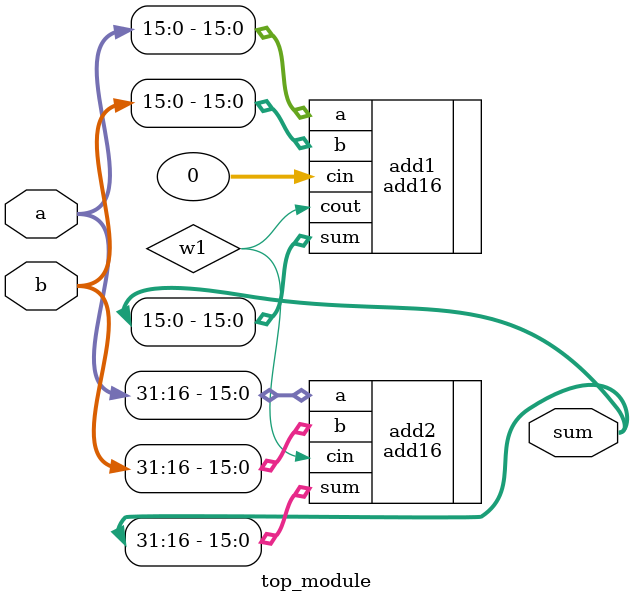
<source format=v>
module top_module(
    input [31:0] a,
    input [31:0] b,
    output [31:0] sum
);
    wire w1;
    add16 add1(.a(a[15:0]),.b(b[15:0]),.cin(0),.sum(sum[15:0]),.cout(w1));
    add16 add2(.a(a[31:16]),.b(b[31:16]),.cin(w1),.sum(sum[31:16]));
endmodule

</source>
